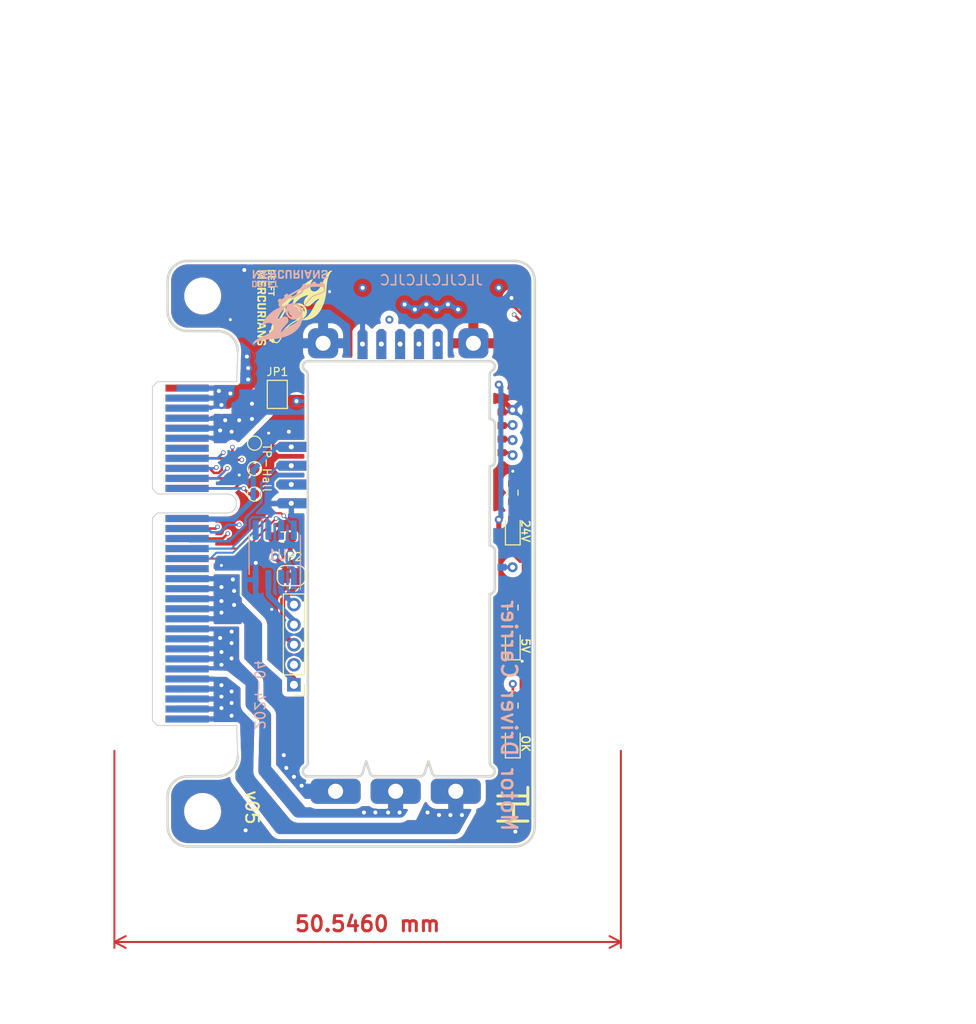
<source format=kicad_pcb>
(kicad_pcb (version 20240108) (generator "pcbnew") (generator_version "8.0")
  (layers (0 "F.Cu" signal) (1 "In1.Cu" signal) (2 "In2.Cu" signal) (31 "B.Cu" signal) (34 "B.Paste" user) (35 "F.Paste" user) (36 "B.SilkS" user "B.Silkscreen") (37 "F.SilkS" user "F.Silkscreen") (38 "B.Mask" user) (39 "F.Mask" user) (44 "Edge.Cuts" user))
  (net 0 "")
  (net 1 "+24V")
  (net 2 "GNDPWR")
  (net 3 "Net-(D1-A)")
  (net 4 "Net-(D2-A)")
  (net 5 "+5V")
  (net 6 "CAN_L")
  (net 7 "CAN_H")
  (net 8 "MOTOR_A")
  (net 9 "MOTOR_B")
  (net 10 "MOTOR_C")
  (net 11 "Net-(D3-A)")
  (net 12 "A")
  (net 13 "B")
  (net 14 "B-")
  (net 15 "B+")
  (net 16 "A-")
  (net 17 "A+")
  (net 18 "Z")
  (net 19 "UART_GND")
  (net 20 "UART_TX")
  (net 21 "UART_RX")
  (net 22 "UART_VCC")
  (net 27 "+3.3V")
  (net 28 "SWCLK")
  (net 29 "SWDIO")
  (net 30 "NRST")
  (net 31 "HALL_A")
  (net 32 "HALL_C")
  (net 33 "HALL_B")
  (net 34 "OK")
  (footprint "Resistor_SMD:R_0603_1608Metric_Pad0.98x0.95mm_HandSolder" (layer "F.Cu") (at 143.002 86.36 -90)
    (property "Reference" "R1" (hide yes))
    (property "Value" "1k5")
  )
  (footprint "Connector_PinHeader_2.00mm:PinHeader_1x05_P2.00mm_Vertical" (layer "F.Cu") (at 121.158 94.075 180)
    (property "Reference" "J2" (hide yes))
    (property "Value" "Driver_Encoder")
  )
  (footprint "Logo:logo_gray" (layer "F.Cu") (at 121.273 56.475 -90)
    (property "Reference" "G***" (hide yes))
    (property "Value" "LOGO" (hide yes))
  )
  (footprint "Resistor_SMD:R_0603_1608Metric_Pad0.98x0.95mm_HandSolder" (layer "F.Cu") (at 143.002 74.9065 -90)
    (property "Reference" "R6" (hide yes))
    (property "Value" "11k")
  )
  (footprint "Capacitor_SMD:C_0603_1608Metric_Pad1.08x0.95mm_HandSolder" (layer "F.Cu") (at 120.003 79.335 180)
    (property "Reference" "C1" (hide yes))
    (property "Value" "0.1u")
  )
  (footprint "LED_SMD:LED_0603_1608Metric_Pad1.05x0.95mm_HandSolder" (layer "F.Cu") (at 143.002 89.916 90)
    (property "Reference" "D1" (hide yes))
    (property "Value" "LED")
  )
  (footprint "Jumper:SolderJumper-2_P1.3mm_Bridged_RoundedPad1.0x1.5mm" (layer "F.Cu") (at 120.892 83.185)
    (property "Reference" "JP2")
    (property "Value" "Jumper_2_Bridged")
  )
  (footprint "DelftMercuriansFL:CustomEdge_UART5" (layer "F.Cu") (at 128.004 61.593566)
    (property "Reference" "J13" (hide yes))
    (property "Value" "Edge_UART")
  )
  (footprint "MountingHole:MountingHole_3.2mm_M3_ISO14580" (layer "F.Cu") (at 112.050594 55.298811)
    (property "Reference" "H1" (hide yes))
    (property "Value" "MountingHole")
  )
  (footprint "DelftMercuriansFL:CustomEdge_PROG" (layer "F.Cu") (at 141.48 66.870683 180)
    (property "Reference" "J1" (hide yes))
    (property "Value" "Edge_PROG")
  )
  (footprint "LED_SMD:LED_0603_1608Metric_Pad1.05x0.95mm_HandSolder" (layer "F.Cu") (at 143.002 99.695 90)
    (property "Reference" "D2" (hide yes))
    (property "Value" "LED")
  )
  (footprint "Resistor_SMD:R_0603_1608Metric_Pad0.98x0.95mm_HandSolder" (layer "F.Cu") (at 143.002 96.139 -90)
    (property "Reference" "R2" (hide yes))
    (property "Value" "1k5")
  )
  (footprint "LED_SMD:LED_0603_1608Metric_Pad1.05x0.95mm_HandSolder" (layer "F.Cu") (at 143.002 78.4625 90)
    (property "Reference" "D3" (hide yes))
    (property "Value" "LED")
  )
  (footprint "MountingHole:MountingHole_3.2mm_M3_ISO14580" (layer "F.Cu") (at 112.040303 106.701283)
    (property "Reference" "H2" (hide yes))
    (property "Value" "MountingHole")
  )
  (footprint "Connector_PCBEdge:BUS_PCIexpress_x4" (layer "F.Cu") (at 110.49 64.487 -90)
    (property "Reference" "J15" (hide yes))
    (property "Value" "Main Connector")
    (fp_line (start -0.15 3.45) (end 10.05 3.45) (stroke (width 0.1)) (layer "Edge.Cuts"))
    (fp_line (start 12.95 3.45) (end 33.15 3.45) (stroke (width 0.1)) (layer "Edge.Cuts"))
    (fp_line (start -0.65 2.95) (end -0.15 3.45) (stroke (width 0.1)) (layer "Edge.Cuts"))
    (fp_line (start 10.55 2.95) (end 10.05 3.45) (stroke (width 0.1)) (layer "Edge.Cuts"))
    (fp_line (start 12.45 2.95) (end 12.95 3.45) (stroke (width 0.1)) (layer "Edge.Cuts"))
    (fp_line (start 33.65 2.95) (end 33.15 3.45) (stroke (width 0.1)) (layer "Edge.Cuts"))
    (fp_line (start 10.55 -4) (end 10.55 2.95) (stroke (width 0.1)) (layer "Edge.Cuts"))
    (fp_line (start 12.45 -4) (end 12.45 2.95) (stroke (width 0.1)) (layer "Edge.Cuts"))
    (fp_line (start -0.65 -4.95) (end -0.65 2.95) (stroke (width 0.1)) (layer "Edge.Cuts"))
    (fp_line (start 33.65 -4.95) (end 33.65 2.95) (stroke (width 0.1)) (layer "Edge.Cuts"))
    (fp_arc (start 10.55 -4) (mid 11.5 -4.95) (end 12.45 -4) (stroke (width 0.1)) (layer "Edge.Cuts"))
  )
  (footprint "TestPoint:TestPoint_Pad_D1.0mm" (layer "F.Cu") (at 117.221 69.977)
    (property "Reference" "TP3" (hide yes))
    (property "Value" "TestPoint")
  )
  (footprint "TestPoint:TestPoint_Pad_D1.0mm" (layer "F.Cu") (at 117.221 72.517)
    (property "Reference" "TP2" (hide yes))
    (property "Value" "TestPoint")
  )
  (footprint "Jumper:SolderJumper-2_P1.3mm_Open_TrianglePad1.0x1.5mm" (layer "F.Cu") (at 119.495 65.111 -90)
    (property "Reference" "JP1")
    (property "Value" "Jumper_2_Bridged")
  )
  (footprint "DelftMercuriansFL:CustomEdge_Motor3_Single" (layer "F.Cu") (at 131.312 105.940566 180)
    (property "Reference" "J10" (hide yes))
    (property "Value" "Edge_Motor")
  )
  (footprint "TestPoint:TestPoint_Pad_D1.0mm" (layer "F.Cu") (at 117.221 75.057)
    (property "Reference" "TP1" (hide yes))
    (property "Value" "TestPoint")
  )
  (footprint "DelftMercuriansFL:CustomEdge_CAN4" (layer "F.Cu") (at 122.392 75.948 90)
    (property "Reference" "J14" (hide yes))
    (property "Value" "Edge_CAN")
  )
  (footprint "DelftMercuriansFL:CustomEdge_Power2" (layer "B.Cu") (at 131.567 59.015 180)
    (property "Reference" "J11" (hide yes))
    (property "Value" "Edge_Power")
  )
  (footprint "Logo:logo_gray" (layer "B.Cu") (at 120.765 56.475)
    (property "Reference" "G***" (hide yes))
    (property "Value" "LOGO" (hide yes))
  )
  (footprint "Package_SO:SOIC-8_3.9x4.9mm_P1.27mm" (layer "B.Cu") (at 119.241 81.113 90)
    (property "Reference" "U1")
    (property "Value" "UA9637")
  )
  (gr_arc (start 140.95 102.266987) (mid 141.182963 102.82941) (end 140.7 103.2) (stroke (width 0.25)) (layer "Edge.Cuts"))
  (gr_arc (start 140.7 63.166025) (mid 140.766978 62.916016) (end 140.95 62.733013) (stroke (width 0.25)) (layer "Edge.Cuts"))
  (gr_line (start 115.55 101.2) (end 115.44 98.137) (stroke (width 0.1)) (layer "Edge.Cuts"))
  (gr_arc (start 140.7055 67.56) (mid 141.059053 67.706447) (end 141.2055 68.06) (stroke (width 0.25)) (layer "Edge.Cuts"))
  (gr_line (start 113.55 103.2) (end 110.55 103.2) (stroke (width 0.25)) (layer "Edge.Cuts"))
  (gr_arc (start 141.2055 84.5) (mid 141.059053 84.853553) (end 140.7055 85) (stroke (width 0.25)) (layer "Edge.Cuts"))
  (gr_arc (start 140.95 102.266987) (mid 140.766997 102.083972) (end 140.7 101.833975) (stroke (width 0.25)) (layer "Edge.Cuts"))
  (gr_arc (start 122.3 62.733013) (mid 122.483003 62.916028) (end 122.55 63.166025) (stroke (width 0.25)) (layer "Edge.Cuts"))
  (gr_line (start 140.7 80.2) (end 140.7 72.28) (stroke (width 0.25)) (layer "Edge.Cuts"))
  (gr_arc (start 143.2 51.8) (mid 144.614214 52.385786) (end 145.2 53.8) (stroke (width 0.25)) (layer "Edge.Cuts"))
  (gr_arc (start 140.7055 80.2) (mid 141.059053 80.346447) (end 141.2055 80.7) (stroke (width 0.25)) (layer "Edge.Cuts"))
  (gr_line (start 122.55 103.2) (end 127.533047 103.2) (stroke (width 0.25)) (layer "Edge.Cuts"))
  (gr_line (start 141.2055 68.06) (end 141.2055 71.78) (stroke (width 0.25)) (layer "Edge.Cuts"))
  (gr_arc (start 113.55 58.8) (mid 114.964214 59.385786) (end 115.55 60.8) (stroke (width 0.25)) (layer "Edge.Cuts"))
  (gr_line (start 140.7 67.56) (end 140.7055 67.56) (stroke (width 0.25)) (layer "Edge.Cuts"))
  (gr_arc (start 122.3 62.733013) (mid 122.067037 62.17059) (end 122.55 61.8) (stroke (width 0.25)) (layer "Edge.Cuts"))
  (gr_line (start 122.55 61.8) (end 140.7 61.8) (stroke (width 0.25)) (layer "Edge.Cuts"))
  (gr_line (start 134.945044 102.851812) (end 134.578 101.7) (stroke (width 0.25)) (layer "Edge.Cuts"))
  (gr_line (start 140.7055 80.2) (end 140.7 80.2) (stroke (width 0.25)) (layer "Edge.Cuts"))
  (gr_line (start 122.55 101.833975) (end 122.55 63.166025) (stroke (width 0.25)) (layer "Edge.Cuts"))
  (gr_arc (start 122.55 101.833975) (mid 122.483022 102.083984) (end 122.3 102.266987) (stroke (width 0.25)) (layer "Edge.Cuts"))
  (gr_arc (start 108.55 53.8) (mid 109.135786 52.385786) (end 110.55 51.8) (stroke (width 0.25)) (layer "Edge.Cuts"))
  (gr_arc (start 122.55 103.2) (mid 122.067037 102.829409) (end 122.3 102.266987) (stroke (width 0.25)) (layer "Edge.Cuts"))
  (gr_arc (start 140.7 61.8) (mid 141.182963 62.170591) (end 140.95 62.733013) (stroke (width 0.25)) (layer "Edge.Cuts"))
  (gr_line (start 143.2 51.8) (end 110.55 51.8) (stroke (width 0.25)) (layer "Edge.Cuts"))
  (gr_line (start 108.55 108.2) (end 108.55 105.2) (stroke (width 0.25)) (layer "Edge.Cuts"))
  (gr_line (start 113.55 58.8) (end 110.55 58.8) (stroke (width 0.25)) (layer "Edge.Cuts"))
  (gr_line (start 140.7 85) (end 140.7055 85) (stroke (width 0.25)) (layer "Edge.Cuts"))
  (gr_arc (start 135.42144 103.2) (mid 135.126384 103.10369) (end 134.945044 102.851812) (stroke (width 0.25)) (layer "Edge.Cuts"))
  (gr_arc (start 141.2055 71.78) (mid 141.059053 72.133553) (end 140.7055 72.28) (stroke (width 0.25)) (layer "Edge.Cuts"))
  (gr_arc (start 145.2 108.2) (mid 144.614214 109.614214) (end 143.2 110.2) (stroke (width 0.25)) (layer "Edge.Cuts"))
  (gr_line (start 129.209953 103.2) (end 133.73456 103.2) (stroke (width 0.25)) (layer "Edge.Cuts"))
  (gr_line (start 140.7 101.833975) (end 140.7 85) (stroke (width 0.25)) (layer "Edge.Cuts"))
  (gr_line (start 134.578 101.7) (end 134.210956 102.851812) (stroke (width 0.25)) (layer "Edge.Cuts"))
  (gr_arc (start 110.55 110.2) (mid 109.135786 109.614214) (end 108.55 108.2) (stroke (width 0.25)) (layer "Edge.Cuts"))
  (gr_arc (start 115.55 101.2) (mid 114.964214 102.614214) (end 113.55 103.2) (stroke (width 0.25)) (layer "Edge.Cuts"))
  (gr_line (start 143.2 110.2) (end 110.55 110.2) (stroke (width 0.25)) (layer "Edge.Cuts"))
  (gr_line (start 145.2 53.8) (end 145.2 108.2) (stroke (width 0.25)) (layer "Edge.Cuts"))
  (gr_line (start 140.7 67.56) (end 140.7 63.166025) (stroke (width 0.25)) (layer "Edge.Cuts"))
  (gr_line (start 128.732963 102.849934) (end 128.3715 101.7) (stroke (width 0.25)) (layer "Edge.Cuts"))
  (gr_line (start 128.3715 101.7) (end 128.010037 102.849934) (stroke (width 0.25)) (layer "Edge.Cuts"))
  (gr_arc (start 129.209953 103.2) (mid 128.914144 103.103074) (end 128.732963 102.849934) (stroke (width 0.25)) (layer "Edge.Cuts"))
  (gr_line (start 135.42144 103.2) (end 140.7 103.2) (stroke (width 0.25)) (layer "Edge.Cuts"))
  (gr_line (start 140.7055 72.28) (end 140.7 72.28) (stroke (width 0.25)) (layer "Edge.Cuts"))
  (gr_arc (start 128.010037 102.849934) (mid 127.828883 103.10311) (end 127.533047 103.2) (stroke (width 0.25)) (layer "Edge.Cuts"))
  (gr_line (start 108.55 53.8) (end 108.55 56.8) (stroke (width 0.25)) (layer "Edge.Cuts"))
  (gr_arc (start 108.55 105.2) (mid 109.135786 103.785786) (end 110.55 103.2) (stroke (width 0.25)) (layer "Edge.Cuts"))
  (gr_line (start 115.44 63.837) (end 115.55 60.8) (stroke (width 0.1)) (layer "Edge.Cuts"))
  (gr_arc (start 110.55 58.8) (mid 109.135786 58.214214) (end 108.55 56.8) (stroke (width 0.25)) (layer "Edge.Cuts"))
  (gr_arc (start 134.210956 102.851812) (mid 134.029594 103.103659) (end 133.73456 103.2) (stroke (width 0.25)) (layer "Edge.Cuts"))
  (gr_line (start 141.2055 84.5) (end 141.2055 80.7) (stroke (width 0.25)) (layer "Edge.Cuts"))
  (gr_text "2024-04" (at 117.717 95.083 270) (layer "B.SilkS") (effects (font (size 1 1)) (justify mirror)))
  (gr_text "JLCJLCJLCJLC" (at 134.874 53.721 0) (layer "B.SilkS") (effects (font (size 1 1)) (justify mirror)))
  (gr_text "Motor Driver Carrier" (at 142.621 97.155 -90) (layer "B.SilkS") (effects (font (size 1.524 1.524) (thickness 0.254)) (justify mirror)))
  (gr_text "v05" (at 116.967 106.299 270) (layer "F.SilkS") (effects (font (size 1.27 1.27) (thickness 0.2032))))
  (gr_text "24V" (at 144.272 78.74 270) (layer "F.SilkS") (effects (font (size 0.8 0.8) (thickness 0.15) (bold yes))))
  (gr_text "H" (at 142.875 106.807 270) (layer "F.SilkS") (effects (font (size 3 3) (thickness 0.3)) (justify mirror)))
  (gr_text "OK" (at 144.272 99.949 270) (layer "F.SilkS") (effects (font (size 0.8 0.8) (thickness 0.15) (bold yes))))
  (gr_text "T" (at 142.875 105.156 270) (layer "F.SilkS") (effects (font (size 3 3) (thickness 0.3)) (justify mirror)))
  (gr_text "5V" (at 144.272 90.17 270) (layer "F.SilkS") (effects (font (size 0.8 0.8) (thickness 0.15) (bold yes))))
  (gr_text "TP-Hall" (at 117.983 69.977 270) (layer "F.SilkS") (effects (font (size 0.8 0.8) (thickness 0.12)) (justify left bottom)))
  (dimension (type aligned) (layer "F.Cu") (pts (xy 153.785 100.163) (xy 103.239 100.163)) (height -19.558) (gr_text "50,5460 mm" (at 128.512 117.921 0) (layer "F.Cu") (effects (font (size 1.5 1.5) (thickness 0.3)))) (format (prefix "") (suffix "") (units 3) (units_format 1) (precision 4)) (style (thickness 0.2) (arrow_length 1.27) (text_position_mode 0) (extension_height 0.58642) (extension_offset 0.5) keep_text_aligned))
  (segment (start 144.271 72.725) (end 143.002 73.994) (width 0.25) (layer "F.Cu") (net 1))
  (segment (start 144.271 58.292) (end 144.271 72.725) (width 0.25) (layer "F.Cu") (net 1))
  (segment (start 143.129 57.15) (end 144.271 58.292) (width 0.25) (layer "F.Cu") (net 1))
  (via (at 116.967 66.04) (size 0.8) (drill 0.4) (layers "F.Cu" "B.Cu") (net 1))
  (via (at 115.697 67.691) (size 0.8) (drill 0.4) (layers "F.Cu" "B.Cu") (net 1))
  (via (at 113.792 68.707) (size 0.8) (drill 0.4) (layers "F.Cu" "B.Cu") (net 1))
  (via (at 143.129 57.15) (size 0.45) (drill 0.3) (layers "F.Cu" "B.Cu") (net 1))
  (via (at 114.3 67.691) (size 0.8) (drill 0.4) (layers "F.Cu" "B.Cu") (net 1))
  (via (at 114.935 68.834) (size 0.8) (drill 0.4) (layers "F.Cu" "B.Cu") (net 1))
  (via (at 116.967 67.564) (size 0.8) (drill 0.4) (layers "F.Cu" "B.Cu") (net 1))
  (segment (start 139.067 55.12) (end 137.033 53.086) (width 1.27) (layer "F.Cu") (net 2))
  (segment (start 143.002 79.3375) (end 144.723 77.6165) (width 0.254) (layer "F.Cu") (net 2))
  (segment (start 118.999 54.991) (end 119.495 55.487) (width 1.27) (layer "F.Cu") (net 2))
  (segment (start 139.067 56.515) (end 139.067 55.12) (width 1.27) (layer "F.Cu") (net 2))
  (segment (start 119.495 55.487) (end 119.495 64.386) (width 1.27) (layer "F.Cu") (net 2))
  (segment (start 118.999 54.991) (end 118.999 61.722) (width 1.27) (layer "F.Cu") (net 2))
  (segment (start 144.723 57.963354) (end 143.147646 56.388) (width 0.254) (layer "F.Cu") (net 2))
  (segment (start 143.147646 56.388) (end 140.081 56.388) (width 0.254) (layer "F.Cu") (net 2))
  (segment (start 140.081 56.388) (end 139.067 57.402) (width 0.254) (layer "F.Cu") (net 2))
  (segment (start 144.723 77.6165) (end 144.723 57.963354) (width 0.254) (layer "F.Cu") (net 2))
  (segment (start 137.033 53.086) (end 120.904 53.086) (width 1.27) (layer "F.Cu") (net 2))
  (segment (start 139.067 57.402) (end 139.067 60.015) (width 0.254) (layer "F.Cu") (net 2))
  (segment (start 120.904 53.086) (end 118.999 54.991) (width 1.27) (layer "F.Cu") (net 2))
  (via (at 128.016 54.483) (size 0.8) (drill 0.4) (layers "F.Cu" "B.Cu") (net 2))
  (via (at 116.586 63.627) (size 0.8) (drill 0.4) (layers "F.Cu" "B.Cu") (net 2))
  (via (at 114.808 65.024) (size 0.8) (drill 0.4) (layers "F.Cu" "B.Cu") (net 2))
  (via (at 133.223 56.642) (size 0.8) (drill 0.4) (layers "F.Cu" "B.Cu") (net 2))
  (via (at 113.665 64.77) (size 0.8) (drill 0.4) (layers "F.Cu" "B.Cu") (net 2))
  (via (at 135.382 56.642) (size 0.8) (drill 0.4) (layers "F.Cu" "B.Cu") (net 2))
  (via (at 113.919 66.167) (size 0.8) (drill 0.4) (layers "F.Cu" "B.Cu") (net 2))
  (via (at 134.366 56.134) (size 0.8) (drill 0.4) (layers "F.Cu" "B.Cu") (net 2))
  (via (at 136.525 56.134) (size 0.8) (drill 0.4) (layers "F.Cu" "B.Cu") (net 2))
  (via (at 132.200516 56.140484) (size 0.8) (drill 0.4) (layers "F.Cu" "B.Cu") (net 2))
  (via (at 137.541 56.642) (size 0.8) (drill 0.4) (layers "F.Cu" "B.Cu") (net 2))
  (via (at 141.605 54.483) (size 0.8) (drill 0.4) (layers "F.Cu" "B.Cu") (net 2))
  (via (at 116.459 61.341) (size 0.8) (drill 0.4) (layers "F.Cu" "B.Cu") (net 2))
  (via (at 116.586 62.484) (size 0.8) (drill 0.4) (layers "F.Cu" "B.Cu") (net 2))
  (segment (start 143.002 89.041) (end 143.002 87.2725) (width 0.25) (layer "F.Cu") (net 3))
  (segment (start 143.002 98.82) (end 143.002 97.0515) (width 0.25) (layer "F.Cu") (net 4))
  (segment (start 144.145 81.661) (end 144.145 84.3045) (width 0.508) (layer "F.Cu") (net 5))
  (segment (start 143.764 81.661) (end 144.145 81.661) (width 0.508) (layer "F.Cu") (net 5))
  (segment (start 141.605 77.597) (end 141.605 79.502) (width 0.508) (layer "F.Cu") (net 5))
  (segment (start 141.605 79.502) (end 143.764 81.661) (width 0.508) (layer "F.Cu") (net 5))
  (segment (start 120.777 79.4235) (end 120.8655 79.335) (width 0.508) (layer "F.Cu") (net 5))
  (segment (start 120.777 81.026) (end 120.777 79.4235) (width 0.508) (layer "F.Cu") (net 5))
  (segment (start 144.145 84.3045) (end 143.002 85.4475) (width 0.508) (layer "F.Cu") (net 5))
  (via (at 120.777 81.026) (size 0.8) (drill 0.4) (layers "F.Cu" "B.Cu") (net 5))
  (via (at 130.683 57.658) (size 0.8) (drill 0.4) (layers "F.Cu" "B.Cu") (net 5))
  (via (at 141.605 77.597) (size 0.8) (drill 0.4) (layers "F.Cu" "B.Cu") (net 5))
  (via (at 141.605 64.135) (size 0.8) (drill 0.4) (layers "F.Cu" "B.Cu") (net 5))
  (segment (start 117.094 72.646) (end 117.094 75.59317) (width 0.508) (layer "B.Cu") (net 5))
  (segment (start 141.809751 77.392249) (end 141.809751 64.339751) (width 0.508) (layer "B.Cu") (net 5))
  (segment (start 141.809751 64.339751) (end 141.605 64.135) (width 0.508) (layer "B.Cu") (net 5))
  (segment (start 120.574999 82.042) (end 121.146 82.613001) (width 0.508) (layer "B.Cu") (net 5))
  (segment (start 120.892 70.348) (end 119.392 70.348) (width 0.508) (layer "B.Cu") (net 5))
  (segment (start 120.574999 81.228001) (end 120.777 81.026) (width 0.508) (layer "B.Cu") (net 5))
  (segment (start 120.574999 82.042) (end 120.574999 81.228001) (width 0.508) (layer "B.Cu") (net 5))
  (segment (start 117.094 75.59317) (end 115.14617 77.541) (width 0.508) (layer "B.Cu") (net 5))
  (segment (start 121.146 82.613001) (end 121.146 83.588) (width 0.508) (layer "B.Cu") (net 5))
  (segment (start 141.605 77.597) (end 141.809751 77.392249) (width 0.508) (layer "B.Cu") (net 5))
  (segment (start 115.14617 77.541) (end 110.49 77.541) (width 0.508) (layer "B.Cu") (net 5))
  (segment (start 119.392 70.348) (end 117.094 72.646) (width 0.508) (layer "B.Cu") (net 5))
  (segment (start 110.49 78.487) (end 113.3665 78.487) (width 0.254) (layer "F.Cu") (net 6))
  (segment (start 110.49 79.487) (end 114.061 79.487) (width 0.254) (layer "F.Cu") (net 6))
  (segment (start 113.3665 78.487) (end 113.538 78.3155) (width 0.254) (layer "F.Cu") (net 6))
  (segment (start 114.061 79.487) (end 114.554 78.994) (width 0.254) (layer "F.Cu") (net 6))
  (via (at 113.538 78.3155) (size 0.45) (drill 0.3) (layers "F.Cu" "B.Cu") (net 6))
  (via (at 114.554 78.994) (size 0.45) (drill 0.3) (layers "F.Cu" "B.Cu") (net 6))
  (segment (start 119.656578 74.098) (end 120.892 74.098) (width 0.254) (layer "B.Cu") (net 6))
  (via (at 115.698166 78.115656) (size 0.45) (drill 0.3) (layers "F.Cu" "B.Cu") (net 7))
  (segment (start 115.698166 78.115656) (end 115.393172 78.115656) (width 0.254) (layer "B.Cu") (net 7))
  (segment (start 115.386828 78.122) (end 114.512146 78.122) (width 0.254) (layer "B.Cu") (net 7))
  (segment (start 116.408474 77.346104) (end 116.309 77.445578) (width 0.25) (layer "B.Cu") (net 7))
  (segment (start 110.759 79.756) (end 114.681 79.756) (width 0.254) (layer "B.Cu") (net 7))
  (segment (start 116.309 78.128) (end 116.309 77.445578) (width 0.254) (layer "B.Cu") (net 7))
  (segment (start 113.767146 78.867) (end 112.903 78.867) (width 0.254) (layer "B.Cu") (net 7))
  (segment (start 119.5978 72.223) (end 117.9068 73.914) (width 0.25) (layer "B.Cu") (net 7))
  (segment (start 117.9068 75.850608) (end 116.411304 77.346104) (width 0.25) (layer "B.Cu") (net 7))
  (segment (start 114.512146 78.122) (end 113.767146 78.867) (width 0.254) (layer "B.Cu") (net 7))
  (segment (start 116.411304 77.346104) (end 116.408474 77.346104) (width 0.25) (layer "B.Cu") (net 7))
  (segment (start 114.681 79.756) (end 116.309 78.128) (width 0.254) (layer "B.Cu") (net 7))
  (segment (start 117.9068 73.914) (end 117.9068 75.850608) (width 0.25) (layer "B.Cu") (net 7))
  (segment (start 110.49 79.487) (end 110.759 79.756) (width 0.254) (layer "B.Cu") (net 7))
  (segment (start 112.523 78.487) (end 110.49 78.487) (width 0.254) (layer "B.Cu") (net 7))
  (segment (start 112.903 78.867) (end 112.523 78.487) (width 0.254) (layer "B.Cu") (net 7))
  (segment (start 115.393172 78.115656) (end 115.386828 78.122) (width 0.254) (layer "B.Cu") (net 7))
  (segment (start 120.892 72.223) (end 119.5978 72.223) (width 0.25) (layer "B.Cu") (net 7))
  (via (at 114.935 97.155) (size 0.8) (drill 0.4) (layers "F.Cu" "B.Cu") (net 8))
  (via (at 114.935 94.742) (size 0.8) (drill 0.4) (layers "F.Cu" "B.Cu") (net 8))
  (via (at 134.493 106.807) (size 0.8) (drill 0.4) (layers "F.Cu" "B.Cu") (net 8))
  (via (at 114.935 95.885) (size 0.8) (drill 0.4) (layers "F.Cu" "B.Cu") (net 8))
  (via (at 136.779 107.061) (size 0.8) (drill 0.4) (layers "F.Cu" "B.Cu") (net 8))
  (via (at 113.919 94.107) (size 0.8) (drill 0.4) (layers "F.Cu" "B.Cu") (net 8))
  (via (at 113.919 95.25) (size 0.8) (drill 0.4) (layers "F.Cu" "B.Cu") (net 8))
  (via (at 137.922 107.061) (size 0.8) (drill 0.4) (layers "F.Cu" "B.Cu") (net 8))
  (via (at 135.636 107.061) (size 0.8) (drill 0.4) (layers "F.Cu" "B.Cu") (net 8))
  (via (at 113.919 96.393) (size 0.8) (drill 0.4) (layers "F.Cu" "B.Cu") (net 8))
  (segment (start 111.22 88.487) (end 111.252 88.519) (width 0.508) (layer "F.Cu") (net 9))
  (segment (start 110.49 88.487) (end 111.22 88.487) (width 0.508) (layer "F.Cu") (net 9))
  (via (at 113.919 92.075) (size 0.8) (drill 0.4) (layers "F.Cu" "B.Cu") (net 9))
  (via (at 114.935 91.44) (size 0.8) (drill 0.4) (layers "F.Cu" "B.Cu") (net 9))
  (via (at 113.792 89.408) (size 0.8) (drill 0.4) (layers "F.Cu" "B.Cu") (net 9))
  (via (at 113.919 90.805) (size 0.8) (drill 0.4) (layers "F.Cu" "B.Cu") (net 9))
  (via (at 131.699 106.807) (size 0.8) (drill 0.4) (layers "F.Cu" "B.Cu") (net 9))
  (via (at 114.935 88.773) (size 0.8) (drill 0.4) (layers "F.Cu" "B.Cu") (net 9))
  (via (at 130.556 106.807) (size 0.8) (drill 0.4) (layers "F.Cu" "B.Cu") (net 9))
  (via (at 128.143 106.807) (size 0.8) (drill 0.4) (layers "F.Cu" "B.Cu") (net 9))
  (via (at 129.286 106.807) (size 0.8) (drill 0.4) (layers "F.Cu" "B.Cu") (net 9))
  (via (at 114.935 89.916) (size 0.8) (drill 0.4) (layers "F.Cu" "B.Cu") (net 9))
  (via (at 120.396 102.362) (size 0.8) (drill 0.4) (layers "F.Cu" "B.Cu") (net 10))
  (via (at 113.919 86.868) (size 0.8) (drill 0.4) (layers "F.Cu" "B.Cu") (net 10))
  (via (at 113.919 85.725) (size 0.8) (drill 0.4) (layers "F.Cu" "B.Cu") (net 10))
  (via (at 115.189 86.106) (size 0.8) (drill 0.4) (layers "F.Cu" "B.Cu") (net 10))
  (via (at 120.142 101.092) (size 0.8) (drill 0.4) (layers "F.Cu" "B.Cu") (net 10))
  (via (at 113.919 84.328) (size 0.8) (drill 0.4) (layers "F.Cu" "B.Cu") (net 10))
  (via (at 115.189 84.709) (size 0.8) (drill 0.4) (layers "F.Cu" "B.Cu") (net 10))
  (via (at 115.062 83.566) (size 0.8) (drill 0.4) (layers "F.Cu" "B.Cu") (net 10))
  (via (at 121.92 104.14) (size 0.8) (drill 0.4) (layers "F.Cu" "B.Cu") (net 10))
  (via (at 121.158 103.251) (size 0.8) (drill 0.4) (layers "F.Cu" "B.Cu") (net 10))
  (segment (start 143.002 77.5875) (end 143.002 75.819) (width 0.25) (layer "F.Cu") (net 11))
  (segment (start 121.158 86.075) (end 119.876 84.793) (width 0.508) (layer "B.Cu") (net 12))
  (segment (start 119.876 84.793) (end 119.876 83.588) (width 0.508) (layer "B.Cu") (net 12))
  (segment (start 121.158 87.671648) (end 118.606 85.119648) (width 0.508) (layer "B.Cu") (net 13))
  (segment (start 118.606 85.119648) (end 118.606 83.588) (width 0.508) (layer "B.Cu") (net 13))
  (segment (start 121.158 88.075) (end 121.158 87.671648) (width 0.508) (layer "B.Cu") (net 13))
  (segment (start 110.49 81.487) (end 112.823 81.487) (width 0.2) (layer "B.Cu") (net 14))
  (segment (start 115.075 80.899) (end 117.336 78.638) (width 0.2) (layer "B.Cu") (net 14))
  (segment (start 113.411 80.899) (end 115.075 80.899) (width 0.2) (layer "B.Cu") (net 14))
  (segment (start 112.823 81.487) (end 113.411 80.899) (width 0.2) (layer "B.Cu") (net 14))
  (segment (start 116.995448 77.363) (end 118.305999 77.363) (width 0.2) (layer "B.Cu") (net 15))
  (segment (start 118.606 77.663001) (end 118.606 78.638) (width 0.2) (layer "B.Cu") (net 15))
  (segment (start 116.736 77.622448) (end 116.995448 77.363) (width 0.2) (layer "B.Cu") (net 15))
  (segment (start 110.49 80.487) (end 114.921314 80.487) (width 0.2) (layer "B.Cu") (net 15))
  (segment (start 114.921314 80.487) (end 116.736 78.672314) (width 0.2) (layer "B.Cu") (net 15))
  (segment (start 118.305999 77.363) (end 118.606 77.663001) (width 0.2) (layer "B.Cu") (net 15))
  (segment (start 116.736 78.672314) (end 116.736 77.622448) (width 0.2) (layer "B.Cu") (net 15))
  (segment (start 115.3795 81.487) (end 119.38 77.4865) (width 0.2) (layer "F.Cu") (net 16))
  (segment (start 110.49 81.487) (end 115.3795 81.487) (width 0.2) (layer "F.Cu") (net 16))
  (via (at 119.38 77.4865) (size 0.45) (drill 0.3) (layers "F.Cu" "B.Cu") (net 16))
  (segment (start 119.6505 77.4865) (end 119.876 77.712) (width 0.2) (layer "B.Cu") (net 16))
  (segment (start 119.876 77.712) (end 119.876 78.638) (width 0.2) (layer "B.Cu") (net 16))
  (segment (start 119.38 77.4865) (end 119.6505 77.4865) (width 0.2) (layer "B.Cu") (net 16))
  (segment (start 118.999 76.962) (end 115.474 80.487) (width 0.2) (layer "F.Cu") (net 17))
  (segment (start 119.888 76.962) (end 118.999 76.962) (width 0.2) (layer "F.Cu") (net 17))
  (segment (start 115.474 80.487) (end 110.49 80.487) (width 0.2) (layer "F.Cu") (net 17))
  (segment (start 120.142 77.216) (end 119.888 76.962) (width 0.2) (layer "F.Cu") (net 17))
  (via (at 120.142 77.216) (size 0.45) (drill 0.3) (layers "F.Cu" "B.Cu") (net 17))
  (segment (start 120.142 77.216) (end 121.146 78.22) (width 0.2) (layer "B.Cu") (net 17))
  (segment (start 121.146 78.22) (end 121.146 78.638) (width 0.2) (layer "B.Cu") (net 17))
  (segment (start 120.029 88.946) (end 120.029 85.607352) (width 0.508) (layer "F.Cu") (net 18))
  (segment (start 121.158 90.075) (end 120.029 88.946) (width 0.508) (layer "F.Cu") (net 18))
  (segment (start 121.542 84.094352) (end 121.542 83.185) (width 0.508) (layer "F.Cu") (net 18))
  (segment (start 120.029 85.607352) (end 121.542 84.094352) (width 0.508) (layer "F.Cu") (net 18))
  (segment (start 141.98 66.870683) (end 142.78 66.870683) (width 0.254) (layer "F.Cu") (net 19))
  (segment (start 119.1405 80.1225) (end 117.348 81.915) (width 0.508) (layer "F.Cu") (net 19))
  (segment (start 120.892 77.5835) (end 120.892 75.973) (width 0.508) (layer "F.Cu") (net 19))
  (segment (start 115.14617 77.541) (end 110.49 77.541) (width 0.508) (layer "F.Cu") (net 19))
  (segment (start 142.78 66.870683) (end 142.98 66.670683) (width 0.254) (layer "F.Cu") (net 19))
  (segment (start 121.362 65.836) (end 121.412 65.786) (width 0.2) (layer "F.Cu") (net 19))
  (segment (start 120.029 92.343) (end 118.9355 91.2495) (width 0.508) (layer "F.Cu") (net 19))
  (segment (start 143.931 91.72) (end 143.931 99.641) (width 0.508) (layer "F.Cu") (net 19))
  (segment (start 121.158 93.472) (end 120.89 93.204) (width 0.508) (layer "F.Cu") (net 19))
  (segment (start 143.931 99.641) (end 143.002 100.57) (width 0.508) (layer "F.Cu") (net 19))
  (segment (start 119.1405 79.335) (end 119.1405 80.1225) (width 0.508) (layer "F.Cu") (net 19))
  (segment (start 120.854 76.011) (end 116.67617 76.011) (width 0.508) (layer "F.Cu") (net 19))
  (segment (start 119.495 65.836) (end 121.362 65.836) (width 0.2) (layer "F.Cu") (net 19))
  (segment (start 120.029 92.542648) (end 120.029 92.343) (width 0.508) (layer "F.Cu") (net 19))
  (segment (start 119.1405 79.335) (end 120.892 77.5835) (width 0.508) (layer "F.Cu") (net 19))
  (segment (start 121.158 94.075) (end 121.158 93.472) (width 0.508) (layer "F.Cu") (net 19))
  (segment (start 118.9355 91.2495) (end 118.9355 86.5505) (width 0.508) (layer "F.Cu") (net 19))
  (segment (start 116.67617 76.011) (end 115.14617 77.541) (width 0.508) (layer "F.Cu") (net 19))
  (segment (start 120.892 75.973) (end 120.854 76.011) (width 0.508) (layer "F.Cu") (net 19))
  (segment (start 120.690352 93.204) (end 120.029 92.542648) (width 0.508) (layer "F.Cu") (net 19))
  (segment (start 120.89 93.204) (end 120.690352 93.204) (width 0.508) (layer "F.Cu") (net 19))
  (segment (start 143.002 90.791) (end 143.931 91.72) (width 0.508) (layer "F.Cu") (net 19))
  (via (at 115.697 73.152) (size 0.45) (drill 0.3) (layers "F.Cu" "B.Cu") (net 19))
  (via (at 114.808 57.658) (size 0.45) (drill 0.3) (layers "F.Cu" "B.Cu") (net 19))
  (via (at 113.919 82.169) (size 0.45) (drill 0.3) (layers "F.Cu" "B.Cu") (net 19))
  (via (at 143.931 91.72) (size 0.45) (drill 0.3) (layers "F.Cu" "B.Cu") (net 19))
  (via (at 116.205 52.705) (size 0.8) (drill 0.4) (layers "F.Cu" "B.Cu") (net 19))
  (via (at 117.348 81.915) (size 0.8) (drill 0.4) (layers "F.Cu" "B.Cu") (net 19))
  (via (at 116.332 108.585) (size 0.8) (drill 0.4) (layers "F.Cu" "B.Cu") (net 19))
  (via (at 118.9355 86.5505) (size 0.45) (drill 0.3) (layers "F.Cu" "B.Cu") (net 19))
  (via (at 143.002 72.771) (size 0.45) (drill 0.3) (layers "F.Cu" "B.Cu") (net 19))
  (via (at 121.412 65.786) (size 0.8) (drill 0.4) (layers "F.Cu" "B.Cu") (net 19))
  (via (at 143.256 108.712) (size 0.8) (drill 0.4) (layers "F.Cu" "B.Cu") (net 19))
  (via (at 142.875 55.499) (size 0.8) (drill 0.4) (layers "F.Cu" "B.Cu") (net 19))
  (via (at 124.714 54.864) (size 0.45) (drill 0.3) (layers "F.Cu" "B.Cu") (net 19))
  (via (at 118.631604 68.974604) (size 0.45) (drill 0.3) (layers "F.Cu" "B.Cu") (net 19))
  (via (at 120.65 68.834) (size 0.8) (drill 0.4) (layers "F.Cu" "B.Cu") (net 19))
  (segment (start 117.336 84.951) (end 117.336 83.588) (width 0.508) (layer "B.Cu") (net 19))
  (segment (start 121.158 93.726) (end 118.999 91.567) (width 0.508) (layer "B.Cu") (net 19))
  (segment (start 117.348 81.915) (end 117.348 83.576) (width 0.508) (layer "B.Cu") (net 19))
  (segment (start 118.999 91.567) (end 118.999 86.614) (width 0.508) (layer "B.Cu") (net 19))
  (segment (start 121.158 94.075) (end 121.158 93.726) (width 0.508) (layer "B.Cu") (net 19))
  (segment (start 118.9355 86.5505) (end 117.336 84.951) (width 0.508) (layer "B.Cu") (net 19))
  (segment (start 117.348 83.576) (end 117.336 83.588) (width 0.508) (layer "B.Cu") (net 19))
  (segment (start 118.999 86.614) (end 118.9355 86.5505) (width 0.508) (layer "B.Cu") (net 19))
  (segment (start 142.78 66.870683) (end 142.98 66.670683) (width 0.25) (layer "B.Cu") (net 19))
  (segment (start 114.314706 71.487) (end 110.49 71.487) (width 0.25) (layer "F.Cu") (net 20))
  (segment (start 115.020167 70.781539) (end 114.314706 71.487) (width 0.25) (layer "F.Cu") (net 20))
  (segment (start 115.020167 70.372444) (end 115.020167 70.781539) (width 0.25) (layer "F.Cu") (net 20))
  (via (at 115.020167 70.372444) (size 0.45) (drill 0.3) (layers "F.Cu" "B.Cu") (net 20))
  (via (at 114.101944 70.921944) (size 0.45) (drill 0.3) (layers "F.Cu" "B.Cu") (net 21))
  (segment (start 114.101944 70.921944) (end 113.536888 71.487) (width 0.25) (layer "B.Cu") (net 21))
  (segment (start 113.536888 71.487) (end 110.49 71.487) (width 0.25) (layer "B.Cu") (net 21))
  (segment (start 142.98 68.170683) (end 142.03 68.170683) (width 0.254) (layer "F.Cu") (net 27))
  (segment (start 142.03 68.170683) (end 141.98 68.220683) (width 0.254) (layer "F.Cu") (net 27))
  (segment (start 142.93 68.220683) (end 142.98 68.170683) (width 0.25) (layer "B.Cu") (net 27))
  (segment (start 114.501102 71.937) (end 114.186182 71.937) (width 0.25) (layer "F.Cu") (net 28))
  (segment (start 113.183182 72.94) (end 112.730182 72.487) (width 0.25) (layer "F.Cu") (net 28))
  (segment (start 112.730182 72.487) (end 110.49 72.487) (width 0.25) (layer "F.Cu") (net 28))
  (segment (start 114.186182 71.937) (end 113.961 72.162182) (width 0.25) (layer "F.Cu") (net 28))
  (segment (start 114.802546 71.635556) (end 114.501102 71.937) (width 0.25) (layer "F.Cu") (net 28))
  (segment (start 113.961 72.162182) (end 113.961 72.617818) (width 0.25) (layer "F.Cu") (net 28))
  (segment (start 142.88 69.570683) (end 142.98 69.670683) (width 0.254) (layer "F.Cu") (net 28))
  (segment (start 141.98 69.570683) (end 142.88 69.570683) (width 0.254) (layer "F.Cu") (net 28))
  (segment (start 115.958556 71.635556) (end 114.802546 71.635556) (width 0.25) (layer "F.Cu") (net 28))
  (segment (start 113.961 72.617818) (end 113.638818 72.94) (width 0.25) (layer "F.Cu") (net 28))
  (segment (start 113.638818 72.94) (end 113.183182 72.94) (width 0.25) (layer "F.Cu") (net 28))
  (via (at 115.958556 71.635556) (size 0.45) (drill 0.3) (layers "F.Cu" "B.Cu") (net 28))
  (segment (start 142.88 69.570683) (end 142.98 69.670683) (width 0.25) (layer "B.Cu") (net 28))
  (segment (start 142.73 70.920683) (end 142.98 71.170683) (width 0.254) (layer "F.Cu") (net 29))
  (segment (start 141.98 70.920683) (end 142.73 70.920683) (width 0.254) (layer "F.Cu") (net 29))
  (via (at 114.5105 72.4865) (size 0.45) (drill 0.3) (layers "F.Cu" "B.Cu") (net 29))
  (segment (start 113.51 73.487) (end 110.49 73.487) (width 0.25) (layer "B.Cu") (net 29))
  (segment (start 114.5105 72.4865) (end 113.51 73.487) (width 0.25) (layer "B.Cu") (net 29))
  (segment (start 142.73 70.920683) (end 142.98 71.170683) (width 0.25) (layer "B.Cu") (net 29))
  (segment (start 142.978366 82.345683) (end 142.98 82.347317) (width 0.254) (layer "F.Cu") (net 30))
  (via (at 113.411 72.39) (size 0.45) (drill 0.3) (layers "F.Cu" "B.Cu") (net 30))
  (segment (start 142.978366 82.345683) (end 142.98 82.347317) (width 0.254) (layer "B.Cu") (net 30))
  (segment (start 113.314 72.487) (end 110.49 72.487) (width 0.25) (layer "B.Cu") (net 30))
  (segment (start 141.98 82.345683) (end 142.978366 82.345683) (width 0.254) (layer "B.Cu") (net 30))
  (segment (start 113.411 72.39) (end 113.314 72.487) (width 0.25) (layer "B.Cu") (net 30))
  (segment (start 120.242 83.185) (end 120.242 82.309818) (width 0.508) (layer "F.Cu") (net 31))
  (segment (start 116.14 74.487) (end 116.71 75.057) (width 0.254) (layer "F.Cu") (net 31))
  (segment (start 120.242 82.309818) (end 119.28606 81.353878) (width 0.508) (layer "F.Cu") (net 31))
  (segment (start 116.71 75.057) (end 117.221 75.057) (width 0.254) (layer "F.Cu") (net 31))
  (via (at 116.14 74.487) (size 0.45) (drill 0.3) (layers "F.Cu" "B.Cu") (net 31))
  (via (at 119.28606 81.353878) (size 0.8) (drill 0.4) (layers "F.Cu" "B.Cu") (net 31))
  (segment (start 116.14 74.487) (end 110.49 74.487) (width 0.254) (layer "B.Cu") (net 31))
  (segment (start 116.187202 72.187556) (end 117.221 71.153758) (width 0.254) (layer "F.Cu") (net 32))
  (segment (start 110.49 73.487) (end 114.473 73.487) (width 0.254) (layer "F.Cu") (net 32))
  (segment (start 114.473 73.487) (end 115.772444 72.187556) (width 0.254) (layer "F.Cu") (net 32))
  (segment (start 115.772444 72.187556) (end 116.187202 72.187556) (width 0.254) (layer "F.Cu") (net 32))
  (segment (start 117.221 71.153758) (end 117.221 69.977) (width 0.254) (layer "F.Cu") (net 32))
  (segment (start 115.251 74.487) (end 117.475 72.263) (width 0.254) (layer "F.Cu") (net 33))
  (segment (start 110.49 74.487) (end 115.251 74.487) (width 0.254) (layer "F.Cu") (net 33))
  (segment (start 143.002 93.98) (end 143.002 95.2265) (width 0.25) (layer "F.Cu") (net 34))
  (via (at 143.002 93.98) (size 0.8) (drill 0.4) (layers "F.Cu" "B.Cu") (net 34))
  (zone (net 2) (net_name "GNDPWR") (layer "F.Cu") (priority 2) (connect_pads (clearance 0.508)) (min_thickness 0.254) (fill yes (thermal_gap 0.508) (thermal_bridge_width 1))
    (polygon (pts (xy 144.526 64.643) (xy 115.443 64.643) (xy 115.57 49.911) (xy 144.641 49.871)))
  )
  (zone (net 19) (net_name "UART_GND") (layers "F.Cu" "In1.Cu" "In2.Cu" "B.Cu") (priority 1) (connect_pads (clearance 0.508)) (min_thickness 0.254) (fill yes (thermal_gap 0.508) (thermal_bridge_width 0.508) (smoothing fillet) (radius 0.6) (island_removal_mode 2) (island_area_min 10))
    (polygon (pts (xy 92.456 37.719) (xy 108.204 63.881) (xy 108.331 98.044) (xy 91.821 127.889) (xy 189.23 127.381) (xy 170.561 25.781) (xy 92.329 37.211)))
  )
  (zone (net 10) (net_name "MOTOR_C") (layers "F.Cu" "In1.Cu" "In2.Cu" "B.Cu") (priority 1) (connect_pads (clearance 0)) (min_thickness 0.254) (fill yes (thermal_gap 0.508) (thermal_bridge_width 0.508))
    (polygon (pts (xy 111.506 83.058) (xy 111.506 88.011) (xy 115.951 88.011) (xy 115.951 83.058)))
  )
  (zone (net 8) (net_name "MOTOR_A") (layers "F.Cu" "In1.Cu" "In2.Cu" "B.Cu") (priority 3) (connect_pads (clearance 0)) (min_thickness 0.254) (fill yes (thermal_gap 0.508) (thermal_bridge_width 0.508))
    (polygon (pts (xy 111.633 93.218) (xy 111.633 97.917) (xy 115.951 98.044) (xy 115.951 93.345)))
  )
  (zone (net 19) (net_name "UART_GND") (layers "F.Cu" "In1.Cu" "In2.Cu" "B.Cu") (priority 4) (connect_pads (clearance 0)) (min_thickness 0.254) (fill yes (thermal_gap 0.508) (thermal_bridge_width 0.508) (smoothing fillet) (radius 0.2) (island_removal_mode 2) (island_area_min 10))
    (polygon (pts (xy 123.317 94.996) (xy 122.809 66.294) (xy 114.808 66.167) (xy 113.411 70.485) (xy 113.284 82.677) (xy 115.951 82.677) (xy 115.951 85.852) (xy 118.364 88.138) (xy 118.491 91.313) (xy 121.158 94.107)))
  )
  (zone (net 8) (net_name "MOTOR_A") (layers "F.Cu" "In1.Cu" "In2.Cu" "B.Cu") (priority 7) (connect_pads (clearance 0.508)) (min_thickness 0.254) (fill yes (thermal_gap 0.508) (thermal_bridge_width 1.5) (smoothing fillet) (radius 0.6))
    (polygon (pts (xy 134.747 104.648) (xy 133.35 107.569) (xy 120.904 107.569) (xy 117.475 102.997) (xy 117.475 97.79) (xy 114.935 95.25) (xy 115.316 97.917) (xy 115.316 103.505) (xy 119.507 108.966) (xy 137.541 108.966) (xy 139.954 104.648)))
  )
  (zone (net 10) (net_name "MOTOR_C") (layers "F.Cu" "In1.Cu" "In2.Cu" "B.Cu") (priority 5) (connect_pads (clearance 0.508)) (min_thickness 0.254) (fill yes (thermal_gap 0.508) (thermal_bridge_width 1.5) (smoothing fillet) (radius 0.6))
    (polygon (pts (xy 125.222 105.918) (xy 122.301 105.918) (xy 118.618 102.235) (xy 119.126 96.774) (xy 117.856 95.504) (xy 117.856 93.599) (xy 116.205 91.948) (xy 116.205 88.011) (xy 115.189 87.122) (xy 115.189 85.09) (xy 117.983 87.884) (xy 117.983 91.821) (xy 120.269 93.853) (xy 122.174 93.853) (xy 122.174 103.124) (xy 125.349 103.251)))
  )
  (zone (net 2) (net_name "GNDPWR") (layers "F.Cu" "In1.Cu" "In2.Cu" "B.Cu") (priority 6) (connect_pads (clearance 0.508)) (min_thickness 0.25) (fill yes (thermal_gap 0.5) (thermal_bridge_width 0.5))
    (polygon (pts (xy 114.923 59.015) (xy 112.141 63.246) (xy 112.141 66.802) (xy 117.221 66.802) (xy 117.209 61.047)))
  )
  (zone (net 1) (net_name "+24V") (layers "F.Cu" "In1.Cu" "In2.Cu" "B.Cu") (priority 8) (connect_pads (clearance 0.508)) (min_thickness 0.25) (fill yes (thermal_gap 0.5) (thermal_bridge_width 0.5))
    (polygon (pts (xy 112.141 67.056) (xy 112.141 69.977) (xy 115.57 69.977) (xy 120.904 64.643) (xy 117.729 64.643) (xy 114.935 67.056)))
  )
  (zone (net 9) (net_name "MOTOR_B") (layers "F.Cu" "In1.Cu" "In2.Cu" "B.Cu") (priority 10) (connect_pads (clearance 0.508)) (min_thickness 0.254) (fill yes (thermal_gap 0.508) (thermal_bridge_width 1.5) (smoothing fillet) (radius 0.6))
    (polygon (pts (xy 128.651 104.648) (xy 128.651 106.172) (xy 122.301 106.299) (xy 118.872 102.235) (xy 118.872 96.901) (xy 117.602 95.631) (xy 117.602 93.599) (xy 115.062 91.059) (xy 114.046 91.059) (xy 114.046 92.329) (xy 116.332 94.107) (xy 116.332 96.266) (xy 117.729 97.663) (xy 117.602 102.87) (xy 121.285 107.315) (xy 132.08 107.315) (xy 133.731 104.648)))
  )
  (zone (net 9) (net_name "MOTOR_B") (layers "F.Cu" "In1.Cu" "In2.Cu" "B.Cu") (name "MOTOR_B") (priority 2) (connect_pads (clearance 0)) (min_thickness 0.254) (fill yes (thermal_gap 0.508) (thermal_bridge_width 0.508))
    (polygon (pts (xy 111.506 88.265) (xy 115.951 88.265) (xy 115.951 92.71) (xy 111.506 92.583)))
  )
  (zone (net 2) (net_name "GNDPWR") (layer "B.Cu") (connect_pads (clearance 0.508)) (min_thickness 0.254) (fill yes (thermal_gap 0.508) (thermal_bridge_width 0.508))
    (polygon (pts (xy 142.101 63.333) (xy 127.115 63.714) (xy 127.115 50.506) (xy 142.101 50.379)))
  )
  (zone (net 1) (net_name "+24V") (layer "B.Cu") (priority 20) (connect_pads (clearance 0.508)) (min_thickness 0.254) (fill yes (thermal_gap 0.508) (thermal_bridge_width 1))
    (polygon (pts (xy 126.861 62.825) (xy 123.813 67.143) (xy 114.923 67.143) (xy 114.923 64.603) (xy 117.209 64.603) (xy 117.209 61.047) (xy 121.793 56.642) (xy 124.714 56.642) (xy 126.746 58.166)))
  )
)
</source>
